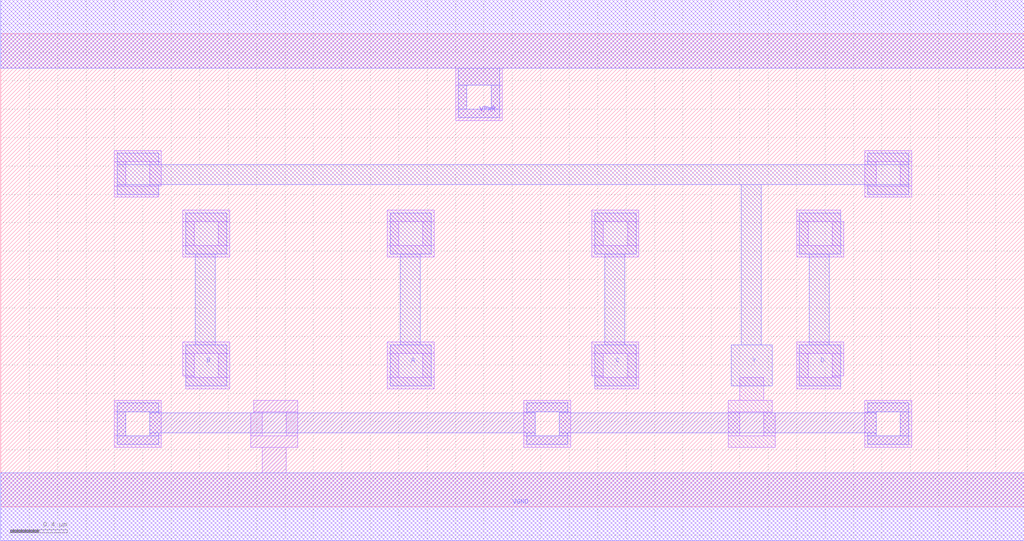
<source format=lef>
VERSION 5.7 ;
  NOWIREEXTENSIONATPIN ON ;
  DIVIDERCHAR "/" ;
  BUSBITCHARS "[]" ;
MACRO OAI22X1
  CLASS CORE ;
  FOREIGN OAI22X1 ;
  ORIGIN 0.000 0.000 ;
  SIZE 7.200 BY 3.330 ;
  SYMMETRY X Y R90 ;
  SITE unit ;
  PIN VPWR
    DIRECTION INOUT ;
    USE POWER ;
    SHAPE ABUTMENT ;
    PORT
      LAYER met1 ;
        RECT 0.000 3.090 7.200 3.570 ;
        RECT 3.220 2.970 3.510 3.090 ;
        RECT 3.220 2.800 3.280 2.970 ;
        RECT 3.450 2.800 3.510 2.970 ;
        RECT 3.220 2.740 3.510 2.800 ;
    END
    PORT
      LAYER li1 ;
        RECT 0.000 3.090 7.200 3.570 ;
        RECT 3.200 2.970 3.530 3.090 ;
        RECT 3.200 2.800 3.280 2.970 ;
        RECT 3.450 2.800 3.530 2.970 ;
        RECT 3.200 2.720 3.530 2.800 ;
    END
  END VPWR
  PIN VGND
    DIRECTION INOUT ;
    USE GROUND ;
    SHAPE ABUTMENT ;
    PORT
      LAYER met1 ;
        RECT 0.000 -0.240 7.200 0.240 ;
    END
    PORT
      LAYER li1 ;
        RECT 1.780 0.670 2.090 0.750 ;
        RECT 1.780 0.660 1.840 0.670 ;
        RECT 1.760 0.500 1.840 0.660 ;
        RECT 2.010 0.500 2.090 0.670 ;
        RECT 1.760 0.420 2.090 0.500 ;
        RECT 1.840 0.240 2.010 0.420 ;
        RECT 0.000 -0.240 7.200 0.240 ;
    END
  END VGND
  PIN Y
    DIRECTION INOUT ;
    USE SIGNAL ;
    SHAPE ABUTMENT ;
    PORT
      LAYER met1 ;
        RECT 0.820 2.410 1.110 2.490 ;
        RECT 6.100 2.410 6.390 2.490 ;
        RECT 0.820 2.270 6.390 2.410 ;
        RECT 0.820 2.200 1.110 2.270 ;
        RECT 5.210 1.140 5.350 2.270 ;
        RECT 6.100 2.200 6.390 2.270 ;
        RECT 5.140 0.850 5.430 1.140 ;
    END
  END Y
  PIN C
    DIRECTION INOUT ;
    USE SIGNAL ;
    SHAPE ABUTMENT ;
    PORT
      LAYER met1 ;
        RECT 4.180 1.780 4.470 2.070 ;
        RECT 4.250 1.140 4.390 1.780 ;
        RECT 4.180 0.850 4.470 1.140 ;
    END
  END C
  PIN B
    DIRECTION INOUT ;
    USE SIGNAL ;
    SHAPE ABUTMENT ;
    PORT
      LAYER met1 ;
        RECT 1.300 1.780 1.590 2.070 ;
        RECT 1.370 1.140 1.510 1.780 ;
        RECT 1.300 0.850 1.590 1.140 ;
    END
  END B
  PIN D
    DIRECTION INOUT ;
    USE SIGNAL ;
    SHAPE ABUTMENT ;
    PORT
      LAYER met1 ;
        RECT 5.620 1.780 5.910 2.070 ;
        RECT 5.690 1.140 5.830 1.780 ;
        RECT 5.620 0.850 5.910 1.140 ;
    END
  END D
  PIN A
    DIRECTION INOUT ;
    USE SIGNAL ;
    SHAPE ABUTMENT ;
    PORT
      LAYER met1 ;
        RECT 2.740 1.780 3.030 2.070 ;
        RECT 2.810 1.140 2.950 1.780 ;
        RECT 2.740 0.850 3.030 1.140 ;
    END
  END A
  OBS
      LAYER li1 ;
        RECT 0.800 2.430 1.130 2.510 ;
        RECT 0.800 2.260 0.880 2.430 ;
        RECT 1.050 2.260 1.130 2.430 ;
        RECT 6.080 2.430 6.410 2.510 ;
        RECT 6.080 2.260 6.160 2.430 ;
        RECT 6.330 2.260 6.410 2.430 ;
        RECT 0.800 2.180 1.110 2.260 ;
        RECT 6.080 2.180 6.410 2.260 ;
        RECT 1.280 2.010 1.610 2.090 ;
        RECT 1.280 1.840 1.360 2.010 ;
        RECT 1.530 1.840 1.610 2.010 ;
        RECT 1.280 1.760 1.610 1.840 ;
        RECT 2.720 2.010 3.050 2.090 ;
        RECT 2.720 1.840 2.800 2.010 ;
        RECT 2.970 1.840 3.050 2.010 ;
        RECT 2.720 1.760 3.050 1.840 ;
        RECT 4.160 2.010 4.490 2.090 ;
        RECT 4.160 1.840 4.240 2.010 ;
        RECT 4.410 1.840 4.490 2.010 ;
        RECT 4.160 1.760 4.490 1.840 ;
        RECT 5.600 2.010 5.910 2.090 ;
        RECT 5.600 1.840 5.680 2.010 ;
        RECT 5.850 1.840 5.930 2.010 ;
        RECT 5.600 1.760 5.930 1.840 ;
        RECT 1.280 1.080 1.610 1.160 ;
        RECT 1.280 0.920 1.360 1.080 ;
        RECT 1.300 0.910 1.360 0.920 ;
        RECT 1.530 0.910 1.610 1.080 ;
        RECT 1.300 0.830 1.610 0.910 ;
        RECT 2.720 1.080 3.050 1.160 ;
        RECT 2.720 0.910 2.800 1.080 ;
        RECT 2.970 0.910 3.050 1.080 ;
        RECT 4.160 1.080 4.490 1.160 ;
        RECT 4.160 0.920 4.240 1.080 ;
        RECT 2.720 0.830 3.050 0.910 ;
        RECT 4.180 0.910 4.240 0.920 ;
        RECT 4.410 0.910 4.490 1.080 ;
        RECT 5.600 1.080 5.930 1.160 ;
        RECT 5.600 0.910 5.680 1.080 ;
        RECT 5.850 0.920 5.930 1.080 ;
        RECT 5.850 0.910 5.910 0.920 ;
        RECT 4.180 0.830 4.490 0.910 ;
        RECT 5.200 0.750 5.370 0.910 ;
        RECT 5.600 0.830 5.910 0.910 ;
        RECT 0.800 0.670 1.130 0.750 ;
        RECT 0.800 0.500 0.880 0.670 ;
        RECT 1.050 0.500 1.130 0.670 ;
        RECT 0.800 0.420 1.130 0.500 ;
        RECT 3.680 0.670 4.010 0.750 ;
        RECT 3.680 0.500 3.760 0.670 ;
        RECT 3.930 0.500 4.010 0.670 ;
        RECT 3.680 0.420 4.010 0.500 ;
        RECT 5.120 0.670 5.430 0.750 ;
        RECT 5.120 0.500 5.200 0.670 ;
        RECT 5.370 0.660 5.430 0.670 ;
        RECT 6.080 0.670 6.410 0.750 ;
        RECT 5.370 0.500 5.450 0.660 ;
        RECT 5.120 0.420 5.450 0.500 ;
        RECT 6.080 0.500 6.160 0.670 ;
        RECT 6.330 0.500 6.410 0.670 ;
        RECT 6.080 0.420 6.410 0.500 ;
      LAYER met1 ;
        RECT 0.820 0.670 1.110 0.730 ;
        RECT 0.820 0.500 0.880 0.670 ;
        RECT 1.050 0.660 1.110 0.670 ;
        RECT 3.700 0.670 3.990 0.730 ;
        RECT 3.700 0.660 3.760 0.670 ;
        RECT 1.050 0.520 3.760 0.660 ;
        RECT 1.050 0.500 1.110 0.520 ;
        RECT 0.820 0.440 1.110 0.500 ;
        RECT 3.700 0.500 3.760 0.520 ;
        RECT 3.930 0.660 3.990 0.670 ;
        RECT 6.100 0.670 6.390 0.730 ;
        RECT 6.100 0.660 6.160 0.670 ;
        RECT 3.930 0.520 6.160 0.660 ;
        RECT 3.930 0.500 3.990 0.520 ;
        RECT 3.700 0.440 3.990 0.500 ;
        RECT 6.100 0.500 6.160 0.520 ;
        RECT 6.330 0.500 6.390 0.670 ;
        RECT 6.100 0.440 6.390 0.500 ;
  END
END OAI22X1
END LIBRARY


</source>
